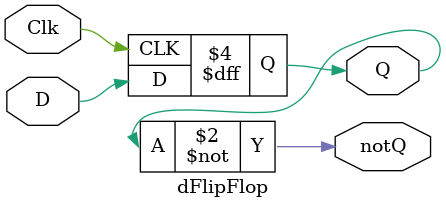
<source format=v>
module dFlipFlop(
    input D, Clk,
    output reg Q, 
    output notQ
    );
    initial begin
        Q <= 0;
    end
    always @(posedge Clk)begin
            Q <= D; 
    end
    assign notQ = ~Q;
    
endmodule

</source>
